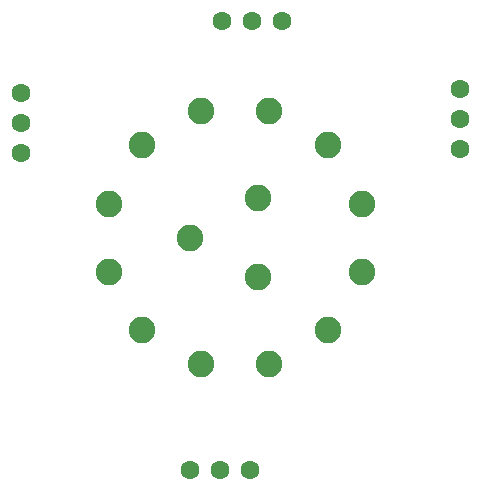
<source format=gbr>
%TF.GenerationSoftware,Altium Limited,Altium Designer,24.3.1 (35)*%
G04 Layer_Physical_Order=1*
G04 Layer_Color=255*
%FSLAX45Y45*%
%MOMM*%
%TF.SameCoordinates,7C6FA559-6846-49D2-A138-5929247D84D2*%
%TF.FilePolarity,Positive*%
%TF.FileFunction,Copper,L1,Top,Signal*%
%TF.Part,Single*%
G01*
G75*
%TA.AperFunction,ComponentPad*%
%ADD10C,2.25000*%
%ADD11C,1.60000*%
D10*
X4115300Y4126800D02*
D03*
X3828000Y4624400D02*
D03*
Y5199000D02*
D03*
X4115300Y5696600D02*
D03*
X4612900Y5983900D02*
D03*
X5187500D02*
D03*
X5685100Y5696600D02*
D03*
X5972400Y5199000D02*
D03*
Y4624400D02*
D03*
X5685100Y4126800D02*
D03*
X5187500Y3839500D02*
D03*
X4612900D02*
D03*
X4515200Y4911700D02*
D03*
X5092700Y5245100D02*
D03*
Y4578300D02*
D03*
D11*
X4521200Y2946400D02*
D03*
X4775200D02*
D03*
X5029200D02*
D03*
X6807200Y5664200D02*
D03*
Y5918200D02*
D03*
Y6172200D02*
D03*
X5295900Y6743700D02*
D03*
X5041900D02*
D03*
X4787900D02*
D03*
X3086100Y6134100D02*
D03*
Y5880100D02*
D03*
Y5626100D02*
D03*
%TF.MD5,173ce4f27fbd0564e4f8f5fdbd0f786d*%
M02*

</source>
